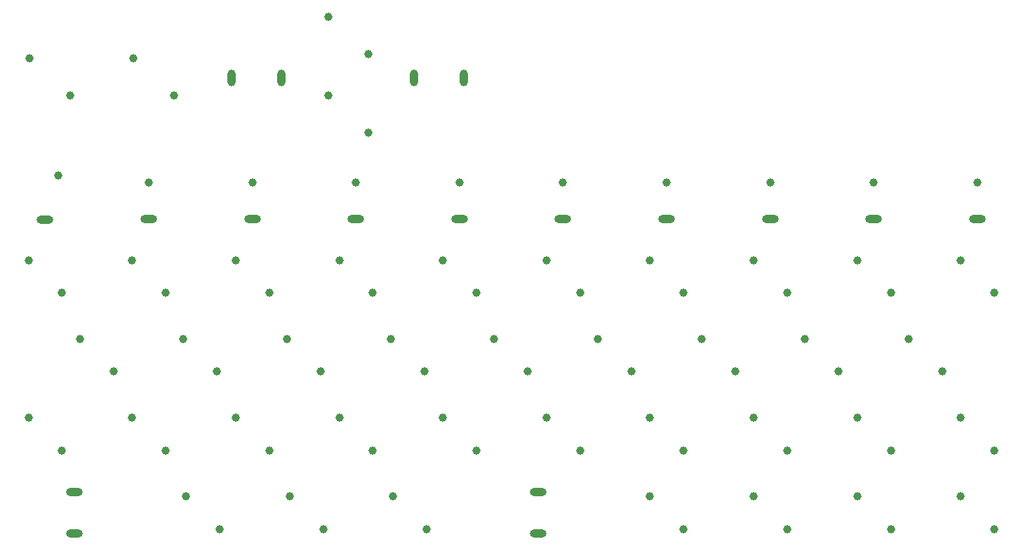
<source format=gbp>
%TF.GenerationSoftware,KiCad,Pcbnew,8.0.5-8.0.5-0~ubuntu24.04.1*%
%TF.CreationDate,2024-10-22T00:13:01+08:00*%
%TF.ProjectId,EL6170_Pro_Max_Plus,454c3631-3730-45f5-9072-6f5f4d61785f,rev?*%
%TF.SameCoordinates,Original*%
%TF.FileFunction,Paste,Bot*%
%TF.FilePolarity,Positive*%
%FSLAX46Y46*%
G04 Gerber Fmt 4.6, Leading zero omitted, Abs format (unit mm)*
G04 Created by KiCad (PCBNEW 8.0.5-8.0.5-0~ubuntu24.04.1) date 2024-10-22 00:13:01*
%MOMM*%
%LPD*%
G01*
G04 APERTURE LIST*
%ADD10C,1.000000*%
%ADD11O,2.000000X1.000000*%
%ADD12O,1.000000X2.000000*%
G04 APERTURE END LIST*
D10*
%TO.C,SW35*%
X108250000Y-111450000D03*
X104200000Y-107500000D03*
%TD*%
%TO.C,SW18*%
X202050000Y-101950000D03*
X198000000Y-98000000D03*
%TD*%
%TO.C,SW52*%
X133550000Y-130450000D03*
X129500000Y-126500000D03*
%TD*%
%TO.C,SW51*%
X146050000Y-130450000D03*
X142000000Y-126500000D03*
%TD*%
D11*
%TO.C,SW50*%
X159500000Y-131000000D03*
X159500000Y-126000000D03*
%TD*%
D10*
%TO.C,SW5*%
X115550000Y-78150000D03*
X110650000Y-73650000D03*
%TD*%
%TO.C,SW42*%
X127050000Y-120950000D03*
X123000000Y-117000000D03*
%TD*%
D12*
%TO.C,SW4*%
X128500000Y-76000000D03*
X122500000Y-76000000D03*
%TD*%
D10*
%TO.C,SW53*%
X121050000Y-130450000D03*
X117000000Y-126500000D03*
%TD*%
D11*
%TO.C,SW11*%
X162500000Y-93000000D03*
D10*
X162500000Y-88600000D03*
%TD*%
%TO.C,SW32*%
X145750000Y-111450000D03*
X141700000Y-107500000D03*
%TD*%
%TO.C,SW29*%
X183250000Y-111450000D03*
X179200000Y-107500000D03*
%TD*%
%TO.C,SW46*%
X214550000Y-130450000D03*
X210500000Y-126500000D03*
%TD*%
D11*
%TO.C,SW12*%
X150000000Y-93000000D03*
D10*
X150000000Y-88600000D03*
%TD*%
D11*
%TO.C,SW8*%
X200000000Y-93000000D03*
D10*
X200000000Y-88600000D03*
%TD*%
%TO.C,SW26*%
X102050000Y-101950000D03*
X98000000Y-98000000D03*
%TD*%
%TO.C,SW33*%
X133250000Y-111450000D03*
X129200000Y-107500000D03*
%TD*%
%TO.C,SW44*%
X102050000Y-120950000D03*
X98000000Y-117000000D03*
%TD*%
%TO.C,SW28*%
X195750000Y-111450000D03*
X191700000Y-107500000D03*
%TD*%
%TO.C,SW43*%
X114550000Y-120950000D03*
X110500000Y-117000000D03*
%TD*%
%TO.C,SW22*%
X152050000Y-101950000D03*
X148000000Y-98000000D03*
%TD*%
%TO.C,SW49*%
X177050000Y-130450000D03*
X173000000Y-126500000D03*
%TD*%
%TO.C,SW36*%
X202050000Y-120950000D03*
X198000000Y-117000000D03*
%TD*%
%TO.C,SW2*%
X139050000Y-73150000D03*
X134150000Y-68650000D03*
%TD*%
D11*
%TO.C,SW13*%
X137500000Y-93000000D03*
D10*
X137500000Y-88600000D03*
%TD*%
D11*
%TO.C,SW7*%
X212500000Y-93000000D03*
D10*
X212500000Y-88600000D03*
%TD*%
D11*
%TO.C,SW54*%
X103500000Y-131000000D03*
X103500000Y-126000000D03*
%TD*%
D10*
%TO.C,SW37*%
X189550000Y-120950000D03*
X185500000Y-117000000D03*
%TD*%
D12*
%TO.C,SW1*%
X150500000Y-76000000D03*
X144500000Y-76000000D03*
%TD*%
D11*
%TO.C,SW16*%
X100000000Y-93100000D03*
D10*
X101570000Y-87780000D03*
%TD*%
%TO.C,SW39*%
X164550000Y-120950000D03*
X160500000Y-117000000D03*
%TD*%
%TO.C,SW6*%
X103050000Y-78150000D03*
X98150000Y-73650000D03*
%TD*%
%TO.C,SW24*%
X127050000Y-101950000D03*
X123000000Y-98000000D03*
%TD*%
%TO.C,SW31*%
X158250000Y-111450000D03*
X154200000Y-107500000D03*
%TD*%
%TO.C,SW20*%
X177050000Y-101950000D03*
X173000000Y-98000000D03*
%TD*%
%TO.C,SW17*%
X214550000Y-101950000D03*
X210500000Y-98000000D03*
%TD*%
%TO.C,SW23*%
X139550000Y-101950000D03*
X135500000Y-98000000D03*
%TD*%
%TO.C,SW41*%
X139550000Y-120950000D03*
X135500000Y-117000000D03*
%TD*%
%TO.C,SW38*%
X177050000Y-120950000D03*
X173000000Y-117000000D03*
%TD*%
%TO.C,SW45*%
X214550000Y-120950000D03*
X210500000Y-117000000D03*
%TD*%
%TO.C,SW19*%
X189550000Y-101950000D03*
X185500000Y-98000000D03*
%TD*%
D11*
%TO.C,SW14*%
X125000000Y-93000000D03*
D10*
X125000000Y-88600000D03*
%TD*%
%TO.C,SW21*%
X164550000Y-101950000D03*
X160500000Y-98000000D03*
%TD*%
%TO.C,SW47*%
X202050000Y-130450000D03*
X198000000Y-126500000D03*
%TD*%
%TO.C,SW30*%
X170750000Y-111450000D03*
X166700000Y-107500000D03*
%TD*%
D11*
%TO.C,SW9*%
X187500000Y-93000000D03*
D10*
X187500000Y-88600000D03*
%TD*%
D11*
%TO.C,SW10*%
X175000000Y-93000000D03*
D10*
X175000000Y-88600000D03*
%TD*%
%TO.C,SW25*%
X114550000Y-101950000D03*
X110500000Y-98000000D03*
%TD*%
%TO.C,SW3*%
X139050000Y-82650000D03*
X134150000Y-78150000D03*
%TD*%
%TO.C,SW34*%
X120750000Y-111450000D03*
X116700000Y-107500000D03*
%TD*%
%TO.C,SW40*%
X152050000Y-120950000D03*
X148000000Y-117000000D03*
%TD*%
D11*
%TO.C,SW15*%
X112500000Y-93000000D03*
D10*
X112500000Y-88600000D03*
%TD*%
%TO.C,SW48*%
X189550000Y-130450000D03*
X185500000Y-126500000D03*
%TD*%
%TO.C,SW27*%
X208250000Y-111450000D03*
X204200000Y-107500000D03*
%TD*%
M02*

</source>
